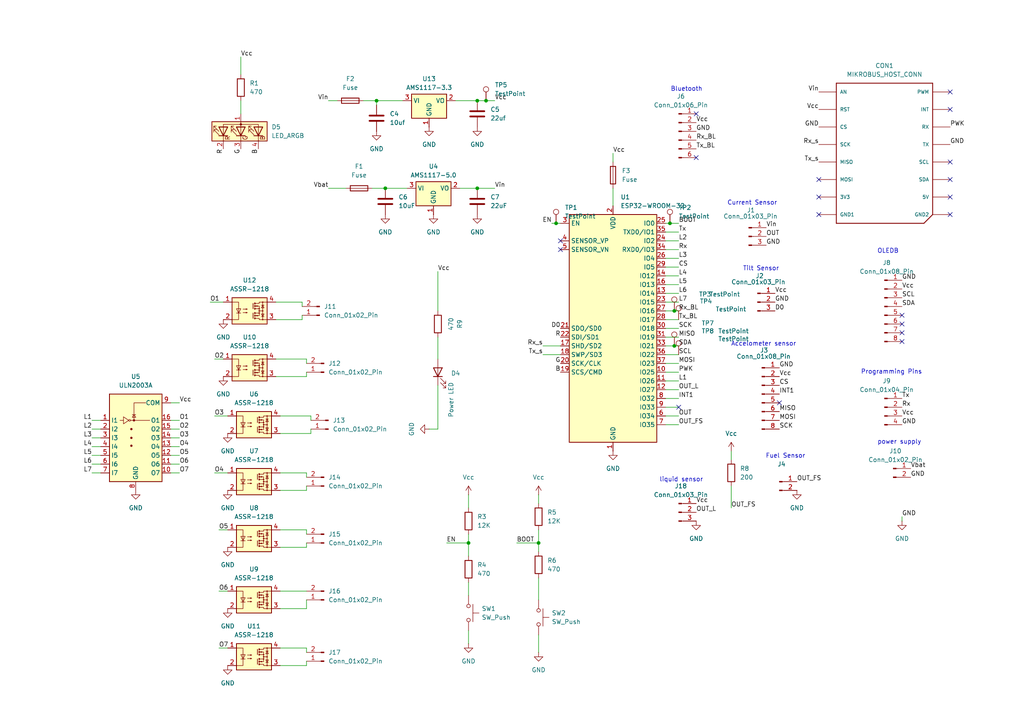
<source format=kicad_sch>
(kicad_sch (version 20231120) (generator "eeschema") (generator_version "8.0")
  (paper "A4")
  (lib_symbols
    (symbol "Connector:Conn_01x02_Pin" (pin_names (offset 1.016) hide)
      (property "Reference" "J" (at 0 2.54 0))
      (property "Value" "Conn_01x02_Pin" (at 0 -5.08 0))
      (symbol "Conn_01x02_Pin_1_1"
        (pin passive line (at 5.08 0 180) (length 3.81) (name "Pin_1") (number "1"))
        (pin passive line (at 5.08 -2.54 180) (length 3.81) (name "Pin_2") (number "2"))
      )
    )
    (symbol "Connector:Conn_01x03_Pin" (pin_names (offset 1.016) hide)
      (property "Reference" "J" (at 0 5.08 0))
      (property "Value" "Conn_01x03_Pin" (at 0 -5.08 0))
      (symbol "Conn_01x03_Pin_1_1"
        (pin passive line (at 5.08 2.54 180) (length 3.81) (name "Pin_1") (number "1"))
        (pin passive line (at 5.08 0 180) (length 3.81) (name "Pin_2") (number "2"))
        (pin passive line (at 5.08 -2.54 180) (length 3.81) (name "Pin_3") (number "3"))
      )
    )
    (symbol "Connector:Conn_01x04_Pin" (pin_names (offset 1.016) hide)
      (property "Reference" "J" (at 0 5.08 0))
      (property "Value" "Conn_01x04_Pin" (at 0 -7.62 0))
      (symbol "Conn_01x04_Pin_1_1"
        (pin passive line (at 5.08 2.54 180) (length 3.81) (name "Pin_1") (number "1"))
        (pin passive line (at 5.08 0 180) (length 3.81) (name "Pin_2") (number "2"))
        (pin passive line (at 5.08 -2.54 180) (length 3.81) (name "Pin_3") (number "3"))
        (pin passive line (at 5.08 -5.08 180) (length 3.81) (name "Pin_4") (number "4"))
      )
    )
    (symbol "Connector:Conn_01x06_Pin" (pin_names (offset 1.016) hide)
      (property "Reference" "J" (at 0 7.62 0))
      (property "Value" "Conn_01x06_Pin" (at 0 -10.16 0))
      (symbol "Conn_01x06_Pin_1_1"
        (pin passive line (at 5.08 5.08 180) (length 3.81) (name "Pin_1") (number "1"))
        (pin passive line (at 5.08 2.54 180) (length 3.81) (name "Pin_2") (number "2"))
        (pin passive line (at 5.08 0 180) (length 3.81) (name "Pin_3") (number "3"))
        (pin passive line (at 5.08 -2.54 180) (length 3.81) (name "Pin_4") (number "4"))
        (pin passive line (at 5.08 -5.08 180) (length 3.81) (name "Pin_5") (number "5"))
        (pin passive line (at 5.08 -7.62 180) (length 3.81) (name "Pin_6") (number "6"))
      )
    )
    (symbol "Connector:Conn_01x08_Pin" (pin_names (offset 1.016) hide)
      (property "Reference" "J" (at 0 10.16 0))
      (property "Value" "Conn_01x08_Pin" (at 0 -12.7 0))
      (symbol "Conn_01x08_Pin_1_1"
        (pin passive line (at 5.08 7.62 180) (length 3.81) (name "Pin_1") (number "1"))
        (pin passive line (at 5.08 5.08 180) (length 3.81) (name "Pin_2") (number "2"))
        (pin passive line (at 5.08 2.54 180) (length 3.81) (name "Pin_3") (number "3"))
        (pin passive line (at 5.08 0 180) (length 3.81) (name "Pin_4") (number "4"))
        (pin passive line (at 5.08 -2.54 180) (length 3.81) (name "Pin_5") (number "5"))
        (pin passive line (at 5.08 -5.08 180) (length 3.81) (name "Pin_6") (number "6"))
        (pin passive line (at 5.08 -7.62 180) (length 3.81) (name "Pin_7") (number "7"))
        (pin passive line (at 5.08 -10.16 180) (length 3.81) (name "Pin_8") (number "8"))
      )
    )
    (symbol "Connector:TestPoint" (pin_numbers hide) (pin_names (offset 0.762) hide)
      (property "Reference" "TP" (at 0 6.858 0))
      (property "Value" "TestPoint" (at 0 5.08 0))
      (symbol "TestPoint_1_1"
        (pin passive line (at 0 0 90) (length 2.54) (name "1") (number "1"))
      )
    )
    (symbol "Device:C" (pin_numbers hide) (pin_names (offset 0.254))
      (property "Reference" "C" (at 0.635 2.54 0))
      (property "Value" "C" (at 0.635 -2.54 0))
      (symbol "C_1_1"
        (pin passive line (at 0 3.81 270) (length 2.794) (name "~") (number "1"))
        (pin passive line (at 0 -3.81 90) (length 2.794) (name "~") (number "2"))
      )
    )
    (symbol "Device:Fuse" (pin_numbers hide) (pin_names (offset 0))
      (property "Reference" "F" (at 2.032 0 90))
      (property "Value" "Fuse" (at -1.905 0 90))
      (symbol "Fuse_1_1"
        (pin passive line (at 0 3.81 270) (length 1.27) (name "~") (number "1"))
        (pin passive line (at 0 -3.81 90) (length 1.27) (name "~") (number "2"))
      )
    )
    (symbol "Device:LED" (pin_numbers hide) (pin_names (offset 1.016) hide)
      (property "Reference" "D" (at 0 2.54 0))
      (property "Value" "LED" (at 0 -2.54 0))
      (symbol "LED_1_1"
        (pin passive line (at -3.81 0 0) (length 2.54) (name "K") (number "1"))
        (pin passive line (at 3.81 0 180) (length 2.54) (name "A") (number "2"))
      )
    )
    (symbol "Device:LED_ARGB" (pin_names (offset 0) hide)
      (property "Reference" "D" (at 0 9.398 0))
      (property "Value" "LED_ARGB" (at 0 -8.89 0))
      (symbol "LED_ARGB_0_0"
        (text "B" (at -1.905 -6.35 0) (effects (font (size 1.27 1.27))))
        (text "G" (at -1.905 -1.27 0) (effects (font (size 1.27 1.27))))
        (text "R" (at -1.905 3.81 0) (effects (font (size 1.27 1.27))))
      )
      (symbol "LED_ARGB_1_1"
        (pin passive line (at 5.08 0 180) (length 2.54) (name "A") (number "1"))
        (pin passive line (at -5.08 5.08 0) (length 2.54) (name "RK") (number "2"))
        (pin passive line (at -5.08 0 0) (length 2.54) (name "GK") (number "3"))
        (pin passive line (at -5.08 -5.08 0) (length 2.54) (name "BK") (number "4"))
      )
    )
    (symbol "Device:R" (pin_numbers hide) (pin_names (offset 0))
      (property "Reference" "R" (at 2.032 0 90))
      (property "Value" "R" (at 0 0 90))
      (symbol "R_1_1"
        (pin passive line (at 0 3.81 270) (length 1.27) (name "~") (number "1"))
        (pin passive line (at 0 -3.81 90) (length 1.27) (name "~") (number "2"))
      )
    )
    (symbol "RF_Module:ESP32-WROOM-32"
      (property "Reference" "U" (at -12.7 34.29 0))
      (property "Value" "ESP32-WROOM-32" (at 1.27 34.29 0))
      (symbol "ESP32-WROOM-32_1_1"
        (pin power_in line (at 0 -35.56 90) (length 2.54) (name "GND") (number "1"))
        (pin bidirectional line (at 15.24 -12.7 180) (length 2.54) (name "IO25") (number "10"))
        (pin bidirectional line (at 15.24 -15.24 180) (length 2.54) (name "IO26") (number "11"))
        (pin bidirectional line (at 15.24 -17.78 180) (length 2.54) (name "IO27") (number "12"))
        (pin bidirectional line (at 15.24 10.16 180) (length 2.54) (name "IO14") (number "13"))
        (pin bidirectional line (at 15.24 15.24 180) (length 2.54) (name "IO12") (number "14"))
        (pin passive line (at 0 -35.56 90) (length 2.54) hide (name "GND") (number "15"))
        (pin bidirectional line (at 15.24 12.7 180) (length 2.54) (name "IO13") (number "16"))
        (pin bidirectional line (at -15.24 -5.08 0) (length 2.54) (name "SHD/SD2") (number "17"))
        (pin bidirectional line (at -15.24 -7.62 0) (length 2.54) (name "SWP/SD3") (number "18"))
        (pin bidirectional line (at -15.24 -12.7 0) (length 2.54) (name "SCS/CMD") (number "19"))
        (pin power_in line (at 0 35.56 270) (length 2.54) (name "VDD") (number "2"))
        (pin bidirectional line (at -15.24 -10.16 0) (length 2.54) (name "SCK/CLK") (number "20"))
        (pin bidirectional line (at -15.24 0 0) (length 2.54) (name "SDO/SD0") (number "21"))
        (pin bidirectional line (at -15.24 -2.54 0) (length 2.54) (name "SDI/SD1") (number "22"))
        (pin bidirectional line (at 15.24 7.62 180) (length 2.54) (name "IO15") (number "23"))
        (pin bidirectional line (at 15.24 25.4 180) (length 2.54) (name "IO2") (number "24"))
        (pin bidirectional line (at 15.24 30.48 180) (length 2.54) (name "IO0") (number "25"))
        (pin bidirectional line (at 15.24 20.32 180) (length 2.54) (name "IO4") (number "26"))
        (pin bidirectional line (at 15.24 5.08 180) (length 2.54) (name "IO16") (number "27"))
        (pin bidirectional line (at 15.24 2.54 180) (length 2.54) (name "IO17") (number "28"))
        (pin bidirectional line (at 15.24 17.78 180) (length 2.54) (name "IO5") (number "29"))
        (pin input line (at -15.24 30.48 0) (length 2.54) (name "EN") (number "3"))
        (pin bidirectional line (at 15.24 0 180) (length 2.54) (name "IO18") (number "30"))
        (pin bidirectional line (at 15.24 -2.54 180) (length 2.54) (name "IO19") (number "31"))
        (pin no_connect line (at -12.7 -27.94 0) (length 2.54) hide (name "NC") (number "32"))
        (pin bidirectional line (at 15.24 -5.08 180) (length 2.54) (name "IO21") (number "33"))
        (pin bidirectional line (at 15.24 22.86 180) (length 2.54) (name "RXD0/IO3") (number "34"))
        (pin bidirectional line (at 15.24 27.94 180) (length 2.54) (name "TXD0/IO1") (number "35"))
        (pin bidirectional line (at 15.24 -7.62 180) (length 2.54) (name "IO22") (number "36"))
        (pin bidirectional line (at 15.24 -10.16 180) (length 2.54) (name "IO23") (number "37"))
        (pin passive line (at 0 -35.56 90) (length 2.54) hide (name "GND") (number "38"))
        (pin passive line (at 0 -35.56 90) (length 2.54) hide (name "GND") (number "39"))
        (pin input line (at -15.24 25.4 0) (length 2.54) (name "SENSOR_VP") (number "4"))
        (pin input line (at -15.24 22.86 0) (length 2.54) (name "SENSOR_VN") (number "5"))
        (pin input line (at 15.24 -25.4 180) (length 2.54) (name "IO34") (number "6"))
        (pin input line (at 15.24 -27.94 180) (length 2.54) (name "IO35") (number "7"))
        (pin bidirectional line (at 15.24 -20.32 180) (length 2.54) (name "IO32") (number "8"))
        (pin bidirectional line (at 15.24 -22.86 180) (length 2.54) (name "IO33") (number "9"))
      )
    )
    (symbol "Regulator_Linear:AMS1117-3.3"
      (property "Reference" "U" (at -3.81 3.175 0))
      (property "Value" "AMS1117-3.3" (at 0 3.175 0))
      (symbol "AMS1117-3.3_1_1"
        (pin power_in line (at 0 -7.62 90) (length 2.54) (name "GND") (number "1"))
        (pin power_out line (at 7.62 0 180) (length 2.54) (name "VO") (number "2"))
        (pin power_in line (at -7.62 0 0) (length 2.54) (name "VI") (number "3"))
      )
    )
    (symbol "Regulator_Linear:AMS1117-5.0"
      (property "Reference" "U" (at -3.81 3.175 0))
      (property "Value" "AMS1117-5.0" (at 0 3.175 0))
      (symbol "AMS1117-5.0_1_1"
        (pin power_in line (at 0 -7.62 90) (length 2.54) (name "GND") (number "1"))
        (pin power_out line (at 7.62 0 180) (length 2.54) (name "VO") (number "2"))
        (pin power_in line (at -7.62 0 0) (length 2.54) (name "VI") (number "3"))
      )
    )
    (symbol "Relay_SolidState:ASSR-1218"
      (property "Reference" "U" (at -5.08 5.08 0))
      (property "Value" "ASSR-1218" (at 0 5.08 0))
      (symbol "ASSR-1218_1_1"
        (pin passive line (at -7.62 2.54 0) (length 2.54) (name "~") (number "1"))
        (pin passive line (at -7.62 -2.54 0) (length 2.54) (name "~") (number "2"))
        (pin passive line (at 7.62 -2.54 180) (length 2.54) (name "~") (number "3"))
        (pin passive line (at 7.62 2.54 180) (length 2.54) (name "~") (number "4"))
      )
    )
    (symbol "Switch:SW_Push" (pin_numbers hide) (pin_names (offset 1.016) hide)
      (property "Reference" "SW" (at 1.27 2.54 0))
      (property "Value" "SW_Push" (at 0 -1.524 0))
      (symbol "SW_Push_0_1"
        (pin passive line (at -5.08 0 0) (length 2.54) (name "1") (number "1"))
        (pin passive line (at 5.08 0 180) (length 2.54) (name "2") (number "2"))
      )
    )
    (symbol "Transistor_Array:ULN2003A"
      (property "Reference" "U" (at 0 15.875 0))
      (property "Value" "ULN2003A" (at 0 13.97 0))
      (symbol "ULN2003A_1_1"
        (pin input line (at -10.16 5.08 0) (length 2.54) (name "I1") (number "1"))
        (pin open_collector line (at 10.16 -10.16 180) (length 2.54) (name "O7") (number "10"))
        (pin open_collector line (at 10.16 -7.62 180) (length 2.54) (name "O6") (number "11"))
        (pin open_collector line (at 10.16 -5.08 180) (length 2.54) (name "O5") (number "12"))
        (pin open_collector line (at 10.16 -2.54 180) (length 2.54) (name "O4") (number "13"))
        (pin open_collector line (at 10.16 0 180) (length 2.54) (name "O3") (number "14"))
        (pin open_collector line (at 10.16 2.54 180) (length 2.54) (name "O2") (number "15"))
        (pin open_collector line (at 10.16 5.08 180) (length 2.54) (name "O1") (number "16"))
        (pin input line (at -10.16 2.54 0) (length 2.54) (name "I2") (number "2"))
        (pin input line (at -10.16 0 0) (length 2.54) (name "I3") (number "3"))
        (pin input line (at -10.16 -2.54 0) (length 2.54) (name "I4") (number "4"))
        (pin input line (at -10.16 -5.08 0) (length 2.54) (name "I5") (number "5"))
        (pin input line (at -10.16 -7.62 0) (length 2.54) (name "I6") (number "6"))
        (pin input line (at -10.16 -10.16 0) (length 2.54) (name "I7") (number "7"))
        (pin power_in line (at 0 -15.24 90) (length 2.54) (name "GND") (number "8"))
        (pin passive line (at 10.16 10.16 180) (length 2.54) (name "COM") (number "9"))
      )
    )
    (symbol "mikroBUS:MIKROBUS_HOST_CONN" (pin_numbers hide) (pin_names (offset 1.016))
      (property "Reference" "CON" (at 10.16 38.1 0))
      (property "Value" "MIKROBUS_HOST_CONN" (at 2.54 3.81 0))
      (symbol "MIKROBUS_HOST_CONN_0_0"
        (pin bidirectional line (at -5.08 38.1 0) (length 5.08) (name "AN") (number "P1"))
        (pin power_in line (at 33.02 7.62 180) (length 5.08) (name "5V") (number "P10"))
        (pin bidirectional line (at 33.02 12.7 180) (length 5.08) (name "SDA") (number "P11"))
        (pin bidirectional line (at 33.02 17.78 180) (length 5.08) (name "SCL") (number "P12"))
        (pin bidirectional line (at 33.02 22.86 180) (length 5.08) (name "TX") (number "P13"))
        (pin bidirectional line (at 33.02 27.94 180) (length 5.08) (name "RX") (number "P14"))
        (pin bidirectional line (at 33.02 33.02 180) (length 5.08) (name "INT") (number "P15"))
        (pin bidirectional line (at 33.02 38.1 180) (length 5.08) (name "PWM") (number "P16"))
        (pin bidirectional line (at -5.08 33.02 0) (length 5.08) (name "RST") (number "P2"))
        (pin bidirectional line (at -5.08 27.94 0) (length 5.08) (name "CS") (number "P3"))
        (pin bidirectional line (at -5.08 22.86 0) (length 5.08) (name "SCK") (number "P4"))
        (pin bidirectional line (at -5.08 17.78 0) (length 5.08) (name "MISO") (number "P5"))
        (pin bidirectional line (at -5.08 12.7 0) (length 5.08) (name "MOSI") (number "P6"))
        (pin power_in line (at -5.08 7.62 0) (length 5.08) (name "3V3") (number "P7"))
        (pin bidirectional line (at -5.08 2.54 0) (length 5.08) (name "GND1") (number "P8"))
        (pin bidirectional line (at 33.02 2.54 180) (length 5.08) (name "GND2") (number "P9"))
      )
    )
    (symbol "power:GND" (power) (pin_numbers hide) (pin_names (offset 0) hide)
      (property "Value" "GND" (at 0 -3.81 0))
      (symbol "GND_1_1"
        (pin power_in line (at 0 0 270) (length 0) (name "~") (number "1"))
      )
    )
    (symbol "power:VDD" (power) (pin_numbers hide) (pin_names (offset 0) hide)
      (property "Value" "VDD" (at 0 3.556 0))
      (symbol "VDD_1_1"
        (pin power_in line (at 0 0 90) (length 0) (name "~") (number "1"))
      )
    )
  )
  (junction (at 156.21 157.48))
  (junction (at 135.89 157.48))
  (junction (at 161.29 64.77))
  (junction (at 195.58 100.33))
  (junction (at 140.97 29.21))
  (junction (at 109.22 29.21))
  (junction (at 111.76 54.61))
  (junction (at 195.58 90.17))
  (junction (at 138.43 29.21))
  (junction (at 194.31 64.77))
  (junction (at 138.43 54.61))
  (no_connect (at 261.62 93.98))
  (no_connect (at 275.59 46.99))
  (no_connect (at 275.59 31.75))
  (no_connect (at 237.49 62.23))
  (no_connect (at 237.49 57.15))
  (no_connect (at 275.59 52.07))
  (no_connect (at 196.85 118.11))
  (no_connect (at 261.62 91.44))
  (no_connect (at 275.59 26.67))
  (no_connect (at 275.59 57.15))
  (no_connect (at 162.56 69.85))
  (no_connect (at 261.62 96.52))
  (no_connect (at 237.49 52.07))
  (no_connect (at 226.06 116.84))
  (no_connect (at 201.93 33.02))
  (no_connect (at 275.59 62.23))
  (no_connect (at 261.62 99.06))
  (no_connect (at 201.93 45.72))
  (no_connect (at 162.56 72.39))
  (wire (pts (xy 81.28 193.04) (xy 88.9 193.04)))
  (wire (pts (xy 193.04 77.47) (xy 196.85 77.47)))
  (wire (pts (xy 177.8 54.61) (xy 177.8 59.69)))
  (wire (pts (xy 26.67 124.46) (xy 29.21 124.46)))
  (wire (pts (xy 81.28 176.53) (xy 88.9 176.53)))
  (wire (pts (xy 193.04 123.19) (xy 196.85 123.19)))
  (wire (pts (xy 193.04 64.77) (xy 194.31 64.77)))
  (wire (pts (xy 193.04 69.85) (xy 196.85 69.85)))
  (wire (pts (xy 81.28 153.67) (xy 88.9 153.67)))
  (wire (pts (xy 26.67 137.16) (xy 29.21 137.16)))
  (wire (pts (xy 160.02 64.77) (xy 161.29 64.77)))
  (wire (pts (xy 127 124.46) (xy 124.46 124.46)))
  (wire (pts (xy 49.53 137.16) (xy 52.07 137.16)))
  (wire (pts (xy 193.04 85.09) (xy 196.85 85.09)))
  (wire (pts (xy 60.96 87.63) (xy 64.77 87.63)))
  (wire (pts (xy 193.04 115.57) (xy 196.85 115.57)))
  (wire (pts (xy 105.41 29.21) (xy 109.22 29.21)))
  (wire (pts (xy 177.8 44.45) (xy 177.8 46.99)))
  (wire (pts (xy 194.31 64.77) (xy 196.85 64.77)))
  (wire (pts (xy 193.04 74.93) (xy 196.85 74.93)))
  (wire (pts (xy 109.22 29.21) (xy 109.22 30.48)))
  (wire (pts (xy 133.35 54.61) (xy 138.43 54.61)))
  (wire (pts (xy 90.17 125.73) (xy 90.17 124.46)))
  (wire (pts (xy 127 97.79) (xy 127 104.14)))
  (wire (pts (xy 132.08 29.21) (xy 138.43 29.21)))
  (wire (pts (xy 90.17 120.65) (xy 90.17 121.92)))
  (wire (pts (xy 88.9 142.24) (xy 88.9 140.97)))
  (wire (pts (xy 88.9 153.67) (xy 88.9 154.94)))
  (wire (pts (xy 135.89 182.88) (xy 135.89 186.69)))
  (wire (pts (xy 49.53 127) (xy 52.07 127)))
  (wire (pts (xy 80.01 109.22) (xy 88.9 109.22)))
  (wire (pts (xy 193.04 87.63) (xy 196.85 87.63)))
  (wire (pts (xy 62.23 104.14) (xy 64.77 104.14)))
  (wire (pts (xy 156.21 143.51) (xy 156.21 146.05)))
  (wire (pts (xy 81.28 142.24) (xy 88.9 142.24)))
  (wire (pts (xy 193.04 80.01) (xy 196.85 80.01)))
  (wire (pts (xy 193.04 90.17) (xy 195.58 90.17)))
  (wire (pts (xy 212.09 130.81) (xy 212.09 133.35)))
  (wire (pts (xy 88.9 187.96) (xy 88.9 189.23)))
  (wire (pts (xy 88.9 109.22) (xy 88.9 107.95)))
  (wire (pts (xy 193.04 120.65) (xy 196.85 120.65)))
  (wire (pts (xy 135.89 143.51) (xy 135.89 147.32)))
  (wire (pts (xy 80.01 87.63) (xy 87.63 87.63)))
  (wire (pts (xy 88.9 137.16) (xy 88.9 138.43)))
  (wire (pts (xy 26.67 132.08) (xy 29.21 132.08)))
  (wire (pts (xy 69.85 29.21) (xy 69.85 33.02)))
  (wire (pts (xy 49.53 124.46) (xy 52.07 124.46)))
  (wire (pts (xy 107.95 54.61) (xy 111.76 54.61)))
  (wire (pts (xy 161.29 64.77) (xy 162.56 64.77)))
  (wire (pts (xy 26.67 134.62) (xy 29.21 134.62)))
  (wire (pts (xy 80.01 92.71) (xy 87.63 92.71)))
  (wire (pts (xy 138.43 54.61) (xy 143.51 54.61)))
  (wire (pts (xy 193.04 72.39) (xy 196.85 72.39)))
  (wire (pts (xy 193.04 92.71) (xy 196.85 92.71)))
  (wire (pts (xy 81.28 120.65) (xy 90.17 120.65)))
  (wire (pts (xy 80.01 104.14) (xy 88.9 104.14)))
  (wire (pts (xy 193.04 105.41) (xy 196.85 105.41)))
  (wire (pts (xy 69.85 16.51) (xy 69.85 21.59)))
  (wire (pts (xy 88.9 104.14) (xy 88.9 105.41)))
  (wire (pts (xy 81.28 137.16) (xy 88.9 137.16)))
  (wire (pts (xy 81.28 125.73) (xy 90.17 125.73)))
  (wire (pts (xy 193.04 82.55) (xy 196.85 82.55)))
  (wire (pts (xy 63.5 171.45) (xy 66.04 171.45)))
  (wire (pts (xy 87.63 87.63) (xy 87.63 88.9)))
  (wire (pts (xy 193.04 113.03) (xy 196.85 113.03)))
  (wire (pts (xy 212.09 140.97) (xy 212.09 147.32)))
  (wire (pts (xy 49.53 116.84) (xy 52.07 116.84)))
  (wire (pts (xy 195.58 100.33) (xy 196.85 100.33)))
  (wire (pts (xy 26.67 129.54) (xy 29.21 129.54)))
  (wire (pts (xy 138.43 29.21) (xy 140.97 29.21)))
  (wire (pts (xy 109.22 29.21) (xy 116.84 29.21)))
  (wire (pts (xy 193.04 67.31) (xy 196.85 67.31)))
  (wire (pts (xy 156.21 157.48) (xy 156.21 160.02)))
  (wire (pts (xy 193.04 118.11) (xy 196.85 118.11)))
  (wire (pts (xy 156.21 167.64) (xy 156.21 173.99)))
  (wire (pts (xy 95.25 29.21) (xy 97.79 29.21)))
  (wire (pts (xy 87.63 92.71) (xy 87.63 91.44)))
  (wire (pts (xy 157.48 102.87) (xy 162.56 102.87)))
  (wire (pts (xy 156.21 153.67) (xy 156.21 157.48)))
  (wire (pts (xy 81.28 171.45) (xy 88.9 171.45)))
  (wire (pts (xy 62.23 137.16) (xy 66.04 137.16)))
  (wire (pts (xy 193.04 97.79) (xy 196.85 97.79)))
  (wire (pts (xy 49.53 132.08) (xy 52.07 132.08)))
  (wire (pts (xy 157.48 100.33) (xy 162.56 100.33)))
  (wire (pts (xy 63.5 153.67) (xy 66.04 153.67)))
  (wire (pts (xy 135.89 154.94) (xy 135.89 157.48)))
  (wire (pts (xy 156.21 184.15) (xy 156.21 189.23)))
  (wire (pts (xy 135.89 157.48) (xy 135.89 161.29)))
  (wire (pts (xy 111.76 54.61) (xy 118.11 54.61)))
  (wire (pts (xy 127 111.76) (xy 127 124.46)))
  (wire (pts (xy 140.97 29.21) (xy 143.51 29.21)))
  (wire (pts (xy 81.28 187.96) (xy 88.9 187.96)))
  (wire (pts (xy 129.54 157.48) (xy 135.89 157.48)))
  (wire (pts (xy 193.04 107.95) (xy 196.85 107.95)))
  (wire (pts (xy 88.9 193.04) (xy 88.9 191.77)))
  (wire (pts (xy 135.89 168.91) (xy 135.89 172.72)))
  (wire (pts (xy 195.58 90.17) (xy 196.85 90.17)))
  (wire (pts (xy 63.5 187.96) (xy 66.04 187.96)))
  (wire (pts (xy 26.67 121.92) (xy 29.21 121.92)))
  (wire (pts (xy 193.04 100.33) (xy 195.58 100.33)))
  (wire (pts (xy 49.53 134.62) (xy 52.07 134.62)))
  (wire (pts (xy 193.04 102.87) (xy 196.85 102.87)))
  (wire (pts (xy 149.86 157.48) (xy 156.21 157.48)))
  (wire (pts (xy 193.04 110.49) (xy 196.85 110.49)))
  (wire (pts (xy 81.28 158.75) (xy 88.9 158.75)))
  (wire (pts (xy 49.53 129.54) (xy 52.07 129.54)))
  (wire (pts (xy 127 78.74) (xy 127 90.17)))
  (wire (pts (xy 26.67 127) (xy 29.21 127)))
  (wire (pts (xy 193.04 95.25) (xy 196.85 95.25)))
  (wire (pts (xy 62.23 120.65) (xy 66.04 120.65)))
  (wire (pts (xy 88.9 158.75) (xy 88.9 157.48)))
  (wire (pts (xy 49.53 121.92) (xy 52.07 121.92)))
  (wire (pts (xy 261.62 149.86) (xy 261.62 151.13)))
  (wire (pts (xy 88.9 176.53) (xy 88.9 173.99)))
  (wire (pts (xy 95.25 54.61) (xy 100.33 54.61)))
  (text "Bluetooth\n" (at 199.136 25.908 0) (effects (font (size 1.27 1.27))))
  (text "Tilt Sensor\n" (at 220.726 77.978 0) (effects (font (size 1.27 1.27))))
  (text "Current Sensor\n" (at 218.186 58.928 0) (effects (font (size 1.27 1.27))))
  (text "liquid sensor\n" (at 197.612 139.192 0) (effects (font (size 1.27 1.27))))
  (text "Accelometer sensor\n" (at 221.488 99.822 0) (effects (font (size 1.27 1.27))))
  (text "power supply\n" (at 260.858 128.27 0) (effects (font (size 1.27 1.27))))
  (text "Fuel Sensor\n" (at 227.838 132.334 0) (effects (font (size 1.27 1.27))))
  (text "Programming Pins\n" (at 258.572 107.95 0) (effects (font (size 1.27 1.27))))
  (text "OLEDB\n" (at 257.556 72.898 0) (effects (font (size 1.27 1.27))))
  (label "SDA" (at 196.85 100.33 0))
  (label "Rx" (at 261.62 118.11 0))
  (label "MISO" (at 226.06 119.38 0))
  (label "SCL" (at 261.62 86.36 0))
  (label "L7" (at 196.85 87.63 0))
  (label "Vcc" (at 261.62 83.82 0))
  (label "O6" (at 63.5 171.45 0))
  (label "O4" (at 52.07 129.54 0))
  (label "Vcc" (at 261.62 120.65 0))
  (label "Tx_s" (at 157.48 102.87 180))
  (label "Vin" (at 95.25 29.21 180))
  (label "Vbat" (at 264.16 135.89 0))
  (label "Vcc" (at 237.49 31.75 180))
  (label "MOSI" (at 226.06 121.92 0))
  (label "L5" (at 26.67 132.08 180))
  (label "Vcc" (at 226.06 109.22 0))
  (label "L2" (at 196.85 69.85 0))
  (label "Rx_s" (at 157.48 100.33 180))
  (label "O7" (at 63.5 187.96 0))
  (label "Vcc" (at 201.93 35.56 0))
  (label "L3" (at 196.85 74.93 0))
  (label "Tx" (at 261.62 115.57 0))
  (label "GND" (at 261.62 81.28 0))
  (label "Tx_BL" (at 201.93 43.18 0))
  (label "Vcc" (at 127 78.74 0))
  (label "B" (at 162.56 107.95 180))
  (label "O5" (at 63.5 153.67 0))
  (label "O6" (at 52.07 134.62 0))
  (label "L1" (at 196.85 110.49 0))
  (label "OUT" (at 196.85 120.65 0))
  (label "L4" (at 26.67 129.54 180))
  (label "L7" (at 26.67 137.16 180))
  (label "Tx_BL" (at 196.85 92.71 0))
  (label "Tx_s" (at 237.49 46.99 180))
  (label "GND" (at 261.62 123.19 0))
  (label "BOOT" (at 149.86 157.48 0))
  (label "B" (at 74.93 43.18 270))
  (label "G" (at 69.85 43.18 270))
  (label "Vcc" (at 201.93 146.05 0))
  (label "Vin" (at 143.51 54.61 0))
  (label "L5" (at 196.85 82.55 0))
  (label "Vcc" (at 69.85 16.51 0))
  (label "O4" (at 62.23 137.16 0))
  (label "L4" (at 196.85 80.01 0))
  (label "Vcc" (at 224.79 85.09 0))
  (label "G" (at 162.56 105.41 180))
  (label "L6" (at 26.67 134.62 180))
  (label "O1" (at 60.96 87.63 0))
  (label "SCL" (at 196.85 102.87 0))
  (label "Rx" (at 196.85 72.39 0))
  (label "MISO" (at 196.85 97.79 0))
  (label "OUT" (at 222.25 68.58 0))
  (label "Vcc" (at 177.8 44.45 0))
  (label "O2" (at 62.23 104.14 0))
  (label "D0" (at 162.56 95.25 180))
  (label "OUT_L" (at 201.93 148.59 0))
  (label "GND" (at 226.06 106.68 0))
  (label "GND" (at 237.49 36.83 180))
  (label "INT1" (at 196.85 115.57 0))
  (label "SDA" (at 261.62 88.9 0))
  (label "PWK" (at 196.85 107.95 0))
  (label "Tx" (at 196.85 67.31 0))
  (label "EN" (at 129.54 157.48 0))
  (label "O5" (at 52.07 132.08 0))
  (label "PWK" (at 275.59 36.83 0))
  (label "Vcc" (at 52.07 116.84 0))
  (label "L1" (at 26.67 121.92 180))
  (label "GND" (at 264.16 138.43 0))
  (label "O1" (at 52.07 121.92 0))
  (label "Rx_BL" (at 196.85 90.17 0))
  (label "SCK" (at 226.06 124.46 0))
  (label "O3" (at 52.07 127 0))
  (label "D0" (at 224.79 90.17 0))
  (label "CS" (at 226.06 111.76 0))
  (label "OUT_L" (at 196.85 113.03 0))
  (label "Vcc" (at 143.51 29.21 0))
  (label "INT1" (at 226.06 114.3 0))
  (label "O2" (at 52.07 124.46 0))
  (label "O7" (at 52.07 137.16 0))
  (label "Vbat" (at 95.25 54.61 180))
  (label "MOSI" (at 196.85 105.41 0))
  (label "Vin" (at 222.25 66.04 0))
  (label "OUT_FS" (at 212.09 147.32 0))
  (label "Rx_s" (at 237.49 41.91 180))
  (label "SCK" (at 196.85 95.25 0))
  (label "OUT_FS" (at 231.14 139.7 0))
  (label "L2" (at 26.67 124.46 180))
  (label "CS" (at 196.85 77.47 0))
  (label "R" (at 64.77 43.18 270))
  (label "EN" (at 160.02 64.77 180))
  (label "O3" (at 62.23 120.65 0))
  (label "GND" (at 275.59 41.91 0))
  (label "GND" (at 261.62 149.86 0))
  (label "L6" (at 196.85 85.09 0))
  (label "R" (at 162.56 97.79 180))
  (label "Rx_BL" (at 201.93 40.64 0))
  (label "GND" (at 224.79 87.63 0))
  (label "BOOT" (at 196.85 64.77 0))
  (label "GND" (at 222.25 71.12 0))
  (label "Vin" (at 237.49 26.67 180))
  (label "GND" (at 201.93 38.1 0))
  (label "OUT_FS" (at 196.85 123.19 0))
  (label "L3" (at 26.67 127 180))
  (symbol (lib_id "Relay_SolidState:ASSR-1218") (at 72.39 90.17 0) (unit 1)
    (property "Reference" "U12" (at 72.39 81.28 0))
    (property "Value" "ASSR-1218" (at 72.39 83.82 0))
    (property "Footprint" "footprints:SIP-4_DMO" (effects (hide yes)))
    (property "Datasheet" "https://docs.broadcom.com/docs/AV02-0173EN" (effects (hide yes)))
    (property "Description" "Form A, Solid State Relay (Photo MOSFET) 60V, 0.2A, 10Ohm, SO-4" (effects (hide yes)))
  )
  (symbol (lib_id "Device:Fuse") (at 177.8 50.8 180) (unit 1)
    (property "Reference" "F3" (at 180.34 49.5299 0) (effects (justify right)))
    (property "Value" "Fuse" (at 180.34 52.0699 0) (effects (justify right)))
    (property "Footprint" "Fuse:Fuse_1206_3216Metric_Pad1.42x1.75mm_HandSolder" (effects (hide yes)))
    (property "Description" "Fuse" (effects (hide yes)))
  )
  (symbol (lib_id "Device:C") (at 109.22 34.29 0) (unit 1)
    (property "Reference" "C4" (at 113.03 33.0199 0) (effects (justify left)))
    (property "Value" "10uf" (at 113.03 35.5599 0) (effects (justify left)))
    (property "Footprint" "Capacitor_SMD:C_0603_1608Metric_Pad1.08x0.95mm_HandSolder" (effects (hide yes)))
    (property "Description" "Unpolarized capacitor" (effects (hide yes)))
  )
  (symbol (lib_id "Connector:TestPoint") (at 195.58 90.17 0) (unit 1)
    (property "Reference" "TP3" (at 202.692 85.344 0) (effects (justify left)))
    (property "Value" "TestPoint" (at 205.74 85.344 0) (effects (justify left)))
    (property "Footprint" "TestPoint:TestPoint_Pad_1.5x1.5mm" (effects (hide yes)))
    (property "Description" "test point" (effects (hide yes)))
  )
  (symbol (lib_id "power:GND") (at 39.37 142.24 0) (unit 1)
    (property "Reference" "#PWR021" (effects (hide yes)))
    (property "Value" "GND" (at 39.37 147.32 0))
    (property "Description" "Power symbol creates a global label with name \"GND\" , ground" (effects (hide yes)))
  )
  (symbol (lib_id "power:GND") (at 66.04 158.75 0) (unit 1)
    (property "Reference" "#PWR016" (effects (hide yes)))
    (property "Value" "GND" (at 66.04 163.83 0))
    (property "Description" "Power symbol creates a global label with name \"GND\" , ground" (effects (hide yes)))
  )
  (symbol (lib_id "Connector:Conn_01x08_Pin") (at 220.98 114.3 0) (unit 1)
    (property "Reference" "J3" (at 221.615 101.6 0))
    (property "Value" "Conn_01x08_Pin" (at 221.488 103.378 0))
    (property "Footprint" "Connector_PinSocket_2.54mm:PinSocket_1x08_P2.54mm_Vertical" (effects (hide yes)))
    (property "Description" "Generic connector, single row, 01x08, script generated" (effects (hide yes)))
  )
  (symbol (lib_id "Device:R") (at 156.21 149.86 0) (unit 1)
    (property "Reference" "R5" (at 158.75 148.5899 0) (effects (justify left)))
    (property "Value" "12K" (at 158.75 151.1299 0) (effects (justify left)))
    (property "Footprint" "Resistor_SMD:R_0805_2012Metric_Pad1.20x1.40mm_HandSolder" (effects (hide yes)))
    (property "Description" "Resistor" (effects (hide yes)))
  )
  (symbol (lib_id "Transistor_Array:ULN2003A") (at 39.37 127 0) (unit 1)
    (property "Reference" "U5" (at 39.37 109.22 0))
    (property "Value" "ULN2003A" (at 39.37 111.76 0))
    (property "Footprint" "ULN2003:DIP762W46P254L1969H533Q16" (effects (hide yes)))
    (property "Datasheet" "http://www.ti.com/lit/ds/symlink/uln2003a.pdf" (effects (hide yes)))
    (property "Description" "High Voltage, High Current Darlington Transistor Arrays, SOIC16/SOIC16W/DIP16/TSSOP16" (effects (hide yes)))
  )
  (symbol (lib_id "Connector:Conn_01x02_Pin") (at 93.98 157.48 180) (unit 1)
    (property "Reference" "J15" (at 95.25 154.9399 0) (effects (justify right)))
    (property "Value" "Conn_01x02_Pin" (at 95.25 157.4799 0) (effects (justify right)))
    (property "Footprint" "282837-2:TE_282837-2" (effects (hide yes)))
    (property "Description" "Generic connector, single row, 01x02, script generated" (effects (hide yes)))
  )
  (symbol (lib_id "mikroBUS:MIKROBUS_HOST_CONN") (at 242.57 64.77 0) (unit 1)
    (property "Reference" "CON1" (at 256.54 19.05 0))
    (property "Value" "MIKROBUS_HOST_CONN" (at 256.54 21.59 0))
    (property "Footprint" "mikroBUS:MIKROBUS_HOST_CONN" (effects (hide yes)))
    (property "Description" "MikroClick connector" (effects (hide yes)))
  )
  (symbol (lib_id "Connector:Conn_01x03_Pin") (at 219.71 87.63 0) (unit 1)
    (property "Reference" "J2" (at 220.345 80.01 0))
    (property "Value" "Conn_01x03_Pin" (at 219.964 81.788 0))
    (property "Footprint" "Connector_PinSocket_2.54mm:PinSocket_1x03_P2.54mm_Horizontal" (effects (hide yes)))
    (property "Description" "Generic connector, single row, 01x03, script generated" (effects (hide yes)))
  )
  (symbol (lib_id "Regulator_Linear:AMS1117-3.3") (at 124.46 29.21 0) (unit 1)
    (property "Reference" "U13" (at 124.46 22.86 0))
    (property "Value" "AMS1117-3.3" (at 124.46 25.4 0))
    (property "Footprint" "Package_TO_SOT_SMD:SOT-223-3_TabPin2" (effects (hide yes)))
    (property "Datasheet" "http://www.advanced-monolithic.com/pdf/ds1117.pdf" (effects (hide yes)))
    (property "Description" "1A Low Dropout regulator, positive, 3.3V fixed output, SOT-223" (effects (hide yes)))
  )
  (symbol (lib_id "Regulator_Linear:AMS1117-5.0") (at 125.73 54.61 0) (unit 1)
    (property "Reference" "U4" (at 125.73 48.26 0))
    (property "Value" "AMS1117-5.0" (at 125.73 50.8 0))
    (property "Footprint" "Package_TO_SOT_SMD:SOT-223-3_TabPin2" (effects (hide yes)))
    (property "Datasheet" "http://www.advanced-monolithic.com/pdf/ds1117.pdf" (effects (hide yes)))
    (property "Description" "1A Low Dropout regulator, positive, 5.0V fixed output, SOT-223" (effects (hide yes)))
  )
  (symbol (lib_id "Connector:Conn_01x02_Pin") (at 93.98 173.99 180) (unit 1)
    (property "Reference" "J16" (at 95.25 171.4499 0) (effects (justify right)))
    (property "Value" "Conn_01x02_Pin" (at 95.25 173.9899 0) (effects (justify right)))
    (property "Footprint" "282837-2:TE_282837-2" (effects (hide yes)))
    (property "Description" "Generic connector, single row, 01x02, script generated" (effects (hide yes)))
  )
  (symbol (lib_id "Switch:SW_Push") (at 156.21 179.07 270) (unit 1)
    (property "Reference" "SW2" (at 160.02 177.7999 90) (effects (justify left)))
    (property "Value" "SW_Push" (at 160.02 180.3399 90) (effects (justify left)))
    (property "Footprint" "Button_Switch_SMD:SW_Push_1P1T_NO_6x6mm_H9.5mm" (effects (hide yes)))
    (property "Description" "Push button switch, generic, two pins" (effects (hide yes)))
  )
  (symbol (lib_id "Relay_SolidState:ASSR-1218") (at 73.66 173.99 0) (unit 1)
    (property "Reference" "U9" (at 73.66 165.1 0))
    (property "Value" "ASSR-1218" (at 73.66 167.64 0))
    (property "Footprint" "footprints:SIP-4_DMO" (effects (hide yes)))
    (property "Datasheet" "https://docs.broadcom.com/docs/AV02-0173EN" (effects (hide yes)))
    (property "Description" "Form A, Solid State Relay (Photo MOSFET) 60V, 0.2A, 10Ohm, SO-4" (effects (hide yes)))
  )
  (symbol (lib_id "Connector:Conn_01x02_Pin") (at 93.98 140.97 180) (unit 1)
    (property "Reference" "J14" (at 95.25 138.4299 0) (effects (justify right)))
    (property "Value" "Conn_01x02_Pin" (at 95.25 140.9699 0) (effects (justify right)))
    (property "Footprint" "282837-2:TE_282837-2" (effects (hide yes)))
    (property "Description" "Generic connector, single row, 01x02, script generated" (effects (hide yes)))
  )
  (symbol (lib_id "Connector:TestPoint") (at 161.29 64.77 0) (unit 1)
    (property "Reference" "TP1" (at 163.83 60.1979 0) (effects (justify left)))
    (property "Value" "TestPoint" (at 163.83 62.7379 0) (effects (justify left)))
    (property "Footprint" "TestPoint:TestPoint_Pad_1.5x1.5mm" (effects (hide yes)))
    (property "Description" "test point" (effects (hide yes)))
  )
  (symbol (lib_id "power:GND") (at 177.8 130.81 0) (unit 1)
    (property "Reference" "#PWR012" (effects (hide yes)))
    (property "Value" "GND" (at 177.8 135.89 0))
    (property "Description" "Power symbol creates a global label with name \"GND\" , ground" (effects (hide yes)))
  )
  (symbol (lib_id "Device:R") (at 212.09 137.16 0) (unit 1)
    (property "Reference" "R8" (at 214.63 135.8899 0) (effects (justify left)))
    (property "Value" "200" (at 214.63 138.4299 0) (effects (justify left)))
    (property "Footprint" "Resistor_SMD:R_0805_2012Metric_Pad1.20x1.40mm_HandSolder" (effects (hide yes)))
    (property "Description" "Resistor" (effects (hide yes)))
  )
  (symbol (lib_id "Connector:Conn_01x02_Pin") (at 93.98 191.77 180) (unit 1)
    (property "Reference" "J17" (at 95.25 189.2299 0) (effects (justify right)))
    (property "Value" "Conn_01x02_Pin" (at 95.25 191.7699 0) (effects (justify right)))
    (property "Footprint" "282837-2:TE_282837-2" (effects (hide yes)))
    (property "Description" "Generic connector, single row, 01x02, script generated" (effects (hide yes)))
  )
  (symbol (lib_id "Switch:SW_Push") (at 135.89 177.8 270) (unit 1)
    (property "Reference" "SW1" (at 139.7 176.5299 90) (effects (justify left)))
    (property "Value" "SW_Push" (at 139.7 179.0699 90) (effects (justify left)))
    (property "Footprint" "Button_Switch_SMD:SW_Push_1P1T_NO_6x6mm_H9.5mm" (effects (hide yes)))
    (property "Description" "Push button switch, generic, two pins" (effects (hide yes)))
  )
  (symbol (lib_id "power:GND") (at 124.46 124.46 270) (unit 1)
    (property "Reference" "#PWR024" (effects (hide yes)))
    (property "Value" "GND" (at 119.38 124.46 0))
    (property "Description" "Power symbol creates a global label with name \"GND\" , ground" (effects (hide yes)))
  )
  (symbol (lib_id "Relay_SolidState:ASSR-1218") (at 73.66 156.21 0) (unit 1)
    (property "Reference" "U8" (at 73.66 147.32 0))
    (property "Value" "ASSR-1218" (at 73.66 149.86 0))
    (property "Footprint" "footprints:SIP-4_DMO" (effects (hide yes)))
    (property "Datasheet" "https://docs.broadcom.com/docs/AV02-0173EN" (effects (hide yes)))
    (property "Description" "Form A, Solid State Relay (Photo MOSFET) 60V, 0.2A, 10Ohm, SO-4" (effects (hide yes)))
  )
  (symbol (lib_id "power:GND") (at 66.04 176.53 0) (unit 1)
    (property "Reference" "#PWR015" (effects (hide yes)))
    (property "Value" "GND" (at 66.04 181.61 0))
    (property "Description" "Power symbol creates a global label with name \"GND\" , ground" (effects (hide yes)))
  )
  (symbol (lib_id "Connector:TestPoint") (at 194.31 64.77 0) (unit 1)
    (property "Reference" "TP2" (at 196.85 60.1979 0) (effects (justify left)))
    (property "Value" "TestPoint" (at 196.85 62.7379 0) (effects (justify left)))
    (property "Footprint" "TestPoint:TestPoint_Pad_1.5x1.5mm" (effects (hide yes)))
    (property "Description" "test point" (effects (hide yes)))
  )
  (symbol (lib_id "Connector:TestPoint") (at 196.85 92.71 0) (unit 1)
    (property "Reference" "TP4" (at 202.946 87.376 0) (effects (justify left)))
    (property "Value" "TestPoint" (at 207.518 89.662 0) (effects (justify left)))
    (property "Footprint" "TestPoint:TestPoint_Pad_1.5x1.5mm" (effects (hide yes)))
    (property "Description" "test point" (effects (hide yes)))
  )
  (symbol (lib_id "power:GND") (at 66.04 142.24 0) (unit 1)
    (property "Reference" "#PWR017" (effects (hide yes)))
    (property "Value" "GND" (at 66.04 147.32 0))
    (property "Description" "Power symbol creates a global label with name \"GND\" , ground" (effects (hide yes)))
  )
  (symbol (lib_id "power:GND") (at 138.43 36.83 0) (unit 1)
    (property "Reference" "#PWR08" (effects (hide yes)))
    (property "Value" "GND" (at 138.43 41.91 0))
    (property "Description" "Power symbol creates a global label with name \"GND\" , ground" (effects (hide yes)))
  )
  (symbol (lib_id "power:GND") (at 109.22 38.1 0) (unit 1)
    (property "Reference" "#PWR06" (effects (hide yes)))
    (property "Value" "GND" (at 109.22 43.18 0))
    (property "Description" "Power symbol creates a global label with name \"GND\" , ground" (effects (hide yes)))
  )
  (symbol (lib_id "Relay_SolidState:ASSR-1218") (at 72.39 106.68 0) (unit 1)
    (property "Reference" "U10" (at 72.39 97.79 0))
    (property "Value" "ASSR-1218" (at 72.39 100.33 0))
    (property "Footprint" "footprints:SIP-4_DMO" (effects (hide yes)))
    (property "Datasheet" "https://docs.broadcom.com/docs/AV02-0173EN" (effects (hide yes)))
    (property "Description" "Form A, Solid State Relay (Photo MOSFET) 60V, 0.2A, 10Ohm, SO-4" (effects (hide yes)))
  )
  (symbol (lib_id "power:GND") (at 124.46 36.83 0) (unit 1)
    (property "Reference" "#PWR07" (effects (hide yes)))
    (property "Value" "GND" (at 124.46 41.91 0))
    (property "Description" "Power symbol creates a global label with name \"GND\" , ground" (effects (hide yes)))
  )
  (symbol (lib_id "Device:R") (at 135.89 165.1 0) (unit 1)
    (property "Reference" "R4" (at 138.43 163.8299 0) (effects (justify left)))
    (property "Value" "470" (at 138.43 166.3699 0) (effects (justify left)))
    (property "Footprint" "Resistor_SMD:R_0805_2012Metric_Pad1.20x1.40mm_HandSolder" (effects (hide yes)))
    (property "Description" "Resistor" (effects (hide yes)))
  )
  (symbol (lib_id "power:GND") (at 64.77 92.71 0) (unit 1)
    (property "Reference" "#PWR020" (effects (hide yes)))
    (property "Value" "GND" (at 64.77 97.79 0))
    (property "Description" "Power symbol creates a global label with name \"GND\" , ground" (effects (hide yes)))
  )
  (symbol (lib_id "power:GND") (at 64.77 109.22 0) (unit 1)
    (property "Reference" "#PWR019" (effects (hide yes)))
    (property "Value" "GND" (at 64.77 114.3 0))
    (property "Description" "Power symbol creates a global label with name \"GND\" , ground" (effects (hide yes)))
  )
  (symbol (lib_id "Connector:Conn_01x02_Pin") (at 95.25 124.46 180) (unit 1)
    (property "Reference" "J13" (at 96.52 121.9199 0) (effects (justify right)))
    (property "Value" "Conn_01x02_Pin" (at 96.52 124.4599 0) (effects (justify right)))
    (property "Footprint" "282837-2:TE_282837-2" (effects (hide yes)))
    (property "Description" "Generic connector, single row, 01x02, script generated" (effects (hide yes)))
  )
  (symbol (lib_id "power:GND") (at 111.76 62.23 0) (unit 1)
    (property "Reference" "#PWR09" (effects (hide yes)))
    (property "Value" "GND" (at 111.76 67.31 0))
    (property "Description" "Power symbol creates a global label with name \"GND\" , ground" (effects (hide yes)))
  )
  (symbol (lib_id "Device:LED_ARGB") (at 69.85 38.1 90) (unit 1)
    (property "Reference" "D5" (at 78.74 36.8299 90) (effects (justify right)))
    (property "Value" "LED_ARGB" (at 78.74 39.3699 90) (effects (justify right)))
    (property "Footprint" "KAA-3528RGBS-11:LED_AAA3528LSEKJ3ZGKQBKS" (effects (hide yes)))
    (property "Description" "RGB LED, anode/red/green/blue" (effects (hide yes)))
  )
  (symbol (lib_id "Connector:Conn_01x02_Pin") (at 259.08 135.89 0) (unit 1)
    (property "Reference" "J10" (at 259.715 130.81 0))
    (property "Value" "Conn_01x02_Pin" (at 259.715 133.35 0))
    (property "Footprint" "282837-2:TE_282837-2" (effects (hide yes)))
    (property "Description" "Generic connector, single row, 01x02, script generated" (effects (hide yes)))
  )
  (symbol (lib_id "Device:LED") (at 127 107.95 90) (unit 1)
    (property "Reference" "D4" (at 130.81 108.2674 90) (effects (justify right)))
    (property "Value" "Power LED" (at 130.81 110.8074 0) (effects (justify right)))
    (property "Footprint" "LED_SMD:LED_0603_1608Metric_Pad1.05x0.95mm_HandSolder" (effects (hide yes)))
    (property "Description" "Light emitting diode" (effects (hide yes)))
  )
  (symbol (lib_id "power:GND") (at 156.21 189.23 0) (unit 1)
    (property "Reference" "#PWR04" (effects (hide yes)))
    (property "Value" "GND" (at 156.21 194.31 0))
    (property "Description" "Power symbol creates a global label with name \"GND\" , ground" (effects (hide yes)))
  )
  (symbol (lib_id "Connector:Conn_01x06_Pin") (at 196.85 38.1 0) (unit 1)
    (property "Reference" "J6" (at 197.485 27.94 0))
    (property "Value" "Conn_01x06_Pin" (at 197.485 30.48 0))
    (property "Footprint" "Connector_PinSocket_2.54mm:PinSocket_1x06_P2.54mm_Horizontal" (effects (hide yes)))
    (property "Description" "Generic connector, single row, 01x06, script generated" (effects (hide yes)))
  )
  (symbol (lib_id "Device:C") (at 111.76 58.42 0) (unit 1)
    (property "Reference" "C6" (at 115.57 57.1499 0) (effects (justify left)))
    (property "Value" "10uF" (at 115.57 59.6899 0) (effects (justify left)))
    (property "Footprint" "Capacitor_SMD:C_0603_1608Metric_Pad1.08x0.95mm_HandSolder" (effects (hide yes)))
    (property "Description" "Unpolarized capacitor" (effects (hide yes)))
  )
  (symbol (lib_id "power:VDD") (at 156.21 143.51 0) (unit 1)
    (property "Reference" "#PWR03" (effects (hide yes)))
    (property "Value" "Vcc" (at 156.21 138.43 0))
    (property "Description" "Power symbol creates a global label with name \"VDD\"" (effects (hide yes)))
  )
  (symbol (lib_id "power:GND") (at 201.93 151.13 0) (unit 1)
    (property "Reference" "#PWR025" (effects (hide yes)))
    (property "Value" "GND" (at 201.93 156.21 0))
    (property "Description" "Power symbol creates a global label with name \"GND\" , ground" (effects (hide yes)))
  )
  (symbol (lib_id "power:GND") (at 135.89 186.69 0) (unit 1)
    (property "Reference" "#PWR02" (effects (hide yes)))
    (property "Value" "GND" (at 135.89 191.77 0))
    (property "Description" "Power symbol creates a global label with name \"GND\" , ground" (effects (hide yes)))
  )
  (symbol (lib_id "power:GND") (at 231.14 142.24 0) (unit 1)
    (property "Reference" "#PWR022" (effects (hide yes)))
    (property "Value" "GND" (at 231.14 147.32 0))
    (property "Description" "Power symbol creates a global label with name \"GND\" , ground" (effects (hide yes)))
  )
  (symbol (lib_id "Device:C") (at 138.43 33.02 0) (unit 1)
    (property "Reference" "C5" (at 142.24 31.7499 0) (effects (justify left)))
    (property "Value" "22uf" (at 142.24 34.2899 0) (effects (justify left)))
    (property "Footprint" "Capacitor_SMD:C_0603_1608Metric_Pad1.08x0.95mm_HandSolder" (effects (hide yes)))
    (property "Description" "Unpolarized capacitor" (effects (hide yes)))
  )
  (symbol (lib_id "Device:Fuse") (at 101.6 29.21 90) (unit 1)
    (property "Reference" "F2" (at 101.6 22.86 90))
    (property "Value" "Fuse" (at 101.6 25.4 90))
    (property "Footprint" "Fuse:Fuse_1206_3216Metric_Pad1.42x1.75mm_HandSolder" (effects (hide yes)))
    (property "Description" "Fuse" (effects (hide yes)))
  )
  (symbol (lib_id "Device:C") (at 138.43 58.42 0) (unit 1)
    (property "Reference" "C7" (at 142.24 57.1499 0) (effects (justify left)))
    (property "Value" "22uF" (at 142.24 59.6899 0) (effects (justify left)))
    (property "Footprint" "Capacitor_SMD:C_0603_1608Metric_Pad1.08x0.95mm_HandSolder" (effects (hide yes)))
    (property "Description" "Unpolarized capacitor" (effects (hide yes)))
  )
  (symbol (lib_id "power:VDD") (at 135.89 143.51 0) (unit 1)
    (property "Reference" "#PWR01" (effects (hide yes)))
    (property "Value" "Vcc" (at 135.89 138.43 0))
    (property "Description" "Power symbol creates a global label with name \"VDD\"" (effects (hide yes)))
  )
  (symbol (lib_id "Relay_SolidState:ASSR-1218") (at 73.66 190.5 0) (unit 1)
    (property "Reference" "U11" (at 73.66 181.61 0))
    (property "Value" "ASSR-1218" (at 73.66 184.15 0))
    (property "Footprint" "footprints:SIP-4_DMO" (effects (hide yes)))
    (property "Datasheet" "https://docs.broadcom.com/docs/AV02-0173EN" (effects (hide yes)))
    (property "Description" "Form A, Solid State Relay (Photo MOSFET) 60V, 0.2A, 10Ohm, SO-4" (effects (hide yes)))
  )
  (symbol (lib_id "Connector:TestPoint") (at 195.58 100.33 0) (unit 1)
    (property "Reference" "TP7" (at 203.454 93.726 0) (effects (justify left)))
    (property "Value" "TestPoint" (at 208.28 96.012 0) (effects (justify left)))
    (property "Footprint" "TestPoint:TestPoint_Pad_1.5x1.5mm" (effects (hide yes)))
    (property "Description" "test point" (effects (hide yes)))
  )
  (symbol (lib_id "Connector:Conn_01x02_Pin") (at 226.06 139.7 0) (unit 1)
    (property "Reference" "J4" (at 226.695 134.62 0))
    (property "Value" "Conn_01x02_Pin" (effects (hide yes)))
    (property "Footprint" "Connector_PinSocket_2.54mm:PinSocket_1x02_P2.54mm_Vertical" (effects (hide yes)))
    (property "Description" "Generic connector, single row, 01x02, script generated" (effects (hide yes)))
  )
  (symbol (lib_id "power:GND") (at 125.73 62.23 0) (unit 1)
    (property "Reference" "#PWR010" (effects (hide yes)))
    (property "Value" "GND" (at 125.73 67.31 0))
    (property "Description" "Power symbol creates a global label with name \"GND\" , ground" (effects (hide yes)))
  )
  (symbol (lib_id "Connector:Conn_01x04_Pin") (at 256.54 118.11 0) (unit 1)
    (property "Reference" "J9" (at 257.175 110.49 0))
    (property "Value" "Conn_01x04_Pin" (at 257.175 113.03 0))
    (property "Footprint" "Connector_PinSocket_2.54mm:PinSocket_1x04_P2.54mm_Vertical" (effects (hide yes)))
    (property "Description" "Generic connector, single row, 01x04, script generated" (effects (hide yes)))
  )
  (symbol (lib_id "power:GND") (at 66.04 125.73 0) (unit 1)
    (property "Reference" "#PWR018" (effects (hide yes)))
    (property "Value" "GND" (at 66.04 130.81 0))
    (property "Description" "Power symbol creates a global label with name \"GND\" , ground" (effects (hide yes)))
  )
  (symbol (lib_id "power:VDD") (at 212.09 130.81 0) (unit 1)
    (property "Reference" "#PWR023" (effects (hide yes)))
    (property "Value" "Vcc" (at 212.09 125.73 0))
    (property "Description" "Power symbol creates a global label with name \"VDD\"" (effects (hide yes)))
  )
  (symbol (lib_id "Connector:Conn_01x02_Pin") (at 92.71 91.44 180) (unit 1)
    (property "Reference" "J11" (at 93.98 88.8999 0) (effects (justify right)))
    (property "Value" "Conn_01x02_Pin" (at 93.98 91.4399 0) (effects (justify right)))
    (property "Footprint" "282837-2:TE_282837-2" (effects (hide yes)))
    (property "Description" "Generic connector, single row, 01x02, script generated" (effects (hide yes)))
  )
  (symbol (lib_id "Connector:Conn_01x08_Pin") (at 256.54 88.9 0) (unit 1)
    (property "Reference" "J8" (at 257.175 76.2 0))
    (property "Value" "Conn_01x08_Pin" (at 257.175 78.74 0))
    (property "Footprint" "Connector_PinSocket_2.54mm:PinSocket_1x08_P2.54mm_Vertical" (effects (hide yes)))
    (property "Description" "Generic connector, single row, 01x08, script generated" (effects (hide yes)))
  )
  (symbol (lib_id "power:GND") (at 138.43 62.23 0) (unit 1)
    (property "Reference" "#PWR011" (effects (hide yes)))
    (property "Value" "GND" (at 138.43 67.31 0))
    (property "Description" "Power symbol creates a global label with name \"GND\" , ground" (effects (hide yes)))
  )
  (symbol (lib_id "power:GND") (at 261.62 151.13 0) (unit 1)
    (property "Reference" "#PWR013" (effects (hide yes)))
    (property "Value" "GND" (at 261.62 156.21 0))
    (property "Description" "Power symbol creates a global label with name \"GND\" , ground" (effects (hide yes)))
  )
  (symbol (lib_id "Relay_SolidState:ASSR-1218") (at 73.66 123.19 0) (unit 1)
    (property "Reference" "U6" (at 73.66 114.3 0))
    (property "Value" "ASSR-1218" (at 73.66 116.84 0))
    (property "Footprint" "footprints:SIP-4_DMO" (effects (hide yes)))
    (property "Datasheet" "https://docs.broadcom.com/docs/AV02-0173EN" (effects (hide yes)))
    (property "Description" "Form A, Solid State Relay (Photo MOSFET) 60V, 0.2A, 10Ohm, SO-4" (effects (hide yes)))
  )
  (symbol (lib_id "Device:R") (at 156.21 163.83 0) (unit 1)
    (property "Reference" "R6" (at 158.75 162.5599 0) (effects (justify left)))
    (property "Value" "470" (at 158.75 165.0999 0) (effects (justify left)))
    (property "Footprint" "Resistor_SMD:R_0805_2012Metric_Pad1.20x1.40mm_HandSolder" (effects (hide yes)))
    (property "Description" "Resistor" (effects (hide yes)))
  )
  (symbol (lib_id "Device:Fuse") (at 104.14 54.61 90) (unit 1)
    (property "Reference" "F1" (at 104.14 48.26 90))
    (property "Value" "Fuse" (at 104.14 50.8 90))
    (property "Footprint" "Fuse:Fuse_1206_3216Metric_Pad1.42x1.75mm_HandSolder" (effects (hide yes)))
    (property "Description" "Fuse" (effects (hide yes)))
  )
  (symbol (lib_id "Connector:TestPoint") (at 196.85 102.87 0) (unit 1)
    (property "Reference" "TP8" (at 203.454 96.012 0) (effects (justify left)))
    (property "Value" "TestPoint" (at 208.28 98.298 0) (effects (justify left)))
    (property "Footprint" "TestPoint:TestPoint_Pad_1.5x1.5mm" (effects (hide yes)))
    (property "Description" "test point" (effects (hide yes)))
  )
  (symbol (lib_id "Connector:Conn_01x03_Pin") (at 196.85 148.59 0) (unit 1)
    (property "Reference" "J18" (at 197.485 140.97 0))
    (property "Value" "Conn_01x03_Pin" (at 197.485 143.51 0))
    (property "Footprint" "Connector_PinSocket_2.54mm:PinSocket_1x03_P2.54mm_Vertical" (effects (hide yes)))
    (property "Description" "Generic connector, single row, 01x03, script generated" (effects (hide yes)))
  )
  (symbol (lib_id "Relay_SolidState:ASSR-1218") (at 73.66 139.7 0) (unit 1)
    (property "Reference" "U7" (at 73.66 130.81 0))
    (property "Value" "ASSR-1218" (at 73.66 133.35 0))
    (property "Footprint" "footprints:SIP-4_DMO" (effects (hide yes)))
    (property "Datasheet" "https://docs.broadcom.com/docs/AV02-0173EN" (effects (hide yes)))
    (property "Description" "Form A, Solid State Relay (Photo MOSFET) 60V, 0.2A, 10Ohm, SO-4" (effects (hide yes)))
  )
  (symbol (lib_id "Device:R") (at 127 93.98 0) (unit 1)
    (property "Reference" "R9" (at 133.35 93.98 90))
    (property "Value" "470" (at 130.81 93.98 90))
    (property "Footprint" "Resistor_SMD:R_0805_2012Metric_Pad1.20x1.40mm_HandSolder" (effects (hide yes)))
    (property "Description" "Resistor" (effects (hide yes)))
  )
  (symbol (lib_id "Connector:TestPoint") (at 140.97 29.21 0) (unit 1)
    (property "Reference" "TP5" (at 143.51 24.6379 0) (effects (justify left)))
    (property "Value" "TestPoint" (at 143.51 27.1779 0) (effects (justify left)))
    (property "Footprint" "TestPoint:TestPoint_Pad_1.5x1.5mm" (effects (hide yes)))
    (property "Description" "test point" (effects (hide yes)))
  )
  (symbol (lib_id "Connector:Conn_01x02_Pin") (at 93.98 107.95 180) (unit 1)
    (property "Reference" "J12" (at 95.25 105.4099 0) (effects (justify right)))
    (property "Value" "Conn_01x02_Pin" (at 95.25 107.9499 0) (effects (justify right)))
    (property "Footprint" "282837-2:TE_282837-2" (effects (hide yes)))
    (property "Description" "Generic connector, single row, 01x02, script generated" (effects (hide yes)))
  )
  (symbol (lib_id "RF_Module:ESP32-WROOM-32") (at 177.8 95.25 0) (unit 1)
    (property "Reference" "U1" (at 179.9941 57.15 0) (effects (justify left)))
    (property "Value" "ESP32-WROOM-32" (at 179.9941 59.69 0) (effects (justify left)))
    (property "Footprint" "RF_Module:ESP32-WROOM-32" (effects (hide yes)))
    (property "Datasheet" "https://www.espressif.com/sites/default/files/documentation/esp32-wroom-32_datasheet_en.pdf" (effects (hide yes)))
    (property "Description" "RF Module, ESP32-D0WDQ6 SoC, Wi-Fi 802.11b/g/n, Bluetooth, BLE, 32-bit, 2.7-3.6V, onboard antenna, SMD" (effects (hide yes)))
  )
  (symbol (lib_id "power:GND") (at 66.04 193.04 0) (unit 1)
    (property "Reference" "#PWR014" (effects (hide yes)))
    (property "Value" "GND" (at 66.04 198.12 0))
    (property "Description" "Power symbol creates a global label with name \"GND\" , ground" (effects (hide yes)))
  )
  (symbol (lib_id "Connector:Conn_01x03_Pin") (at 217.17 68.58 0) (unit 1)
    (property "Reference" "J1" (at 217.805 60.96 0))
    (property "Value" "Conn_01x03_Pin" (at 217.678 62.738 0))
    (property "Footprint" "Connector_PinSocket_2.54mm:PinSocket_1x03_P2.54mm_Vertical" (effects (hide yes)))
    (property "Description" "Generic connector, single row, 01x03, script generated" (effects (hide yes)))
  )
  (symbol (lib_id "Device:R") (at 135.89 151.13 0) (unit 1)
    (property "Reference" "R3" (at 138.43 149.8599 0) (effects (justify left)))
    (property "Value" "12K" (at 138.43 152.3999 0) (effects (justify left)))
    (property "Footprint" "Resistor_SMD:R_0805_2012Metric_Pad1.20x1.40mm_HandSolder" (effects (hide yes)))
    (property "Description" "Resistor" (effects (hide yes)))
  )
  (symbol (lib_id "Device:R") (at 69.85 25.4 0) (unit 1)
    (property "Reference" "R1" (at 72.39 24.1299 0) (effects (justify left)))
    (property "Value" "470" (at 72.39 26.6699 0) (effects (justify left)))
    (property "Footprint" "Resistor_SMD:R_0805_2012Metric_Pad1.20x1.40mm_HandSolder" (effects (hide yes)))
    (property "Description" "Resistor" (effects (hide yes)))
  )
)
</source>
